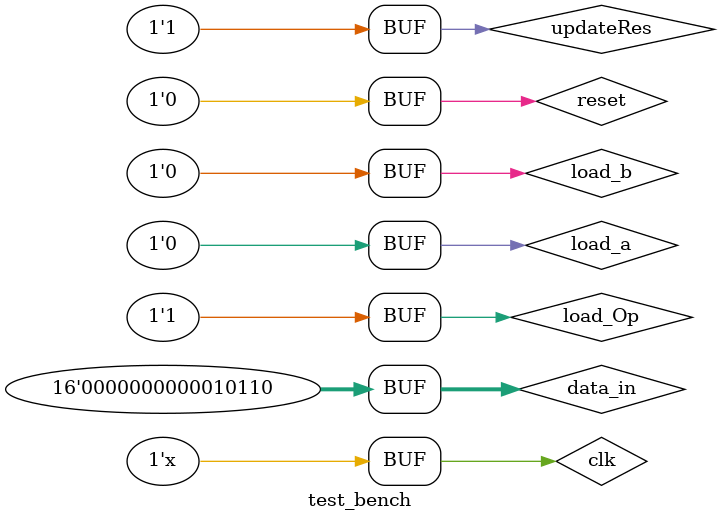
<source format=sv>
`timescale 1ns / 1ps

module test_bench();
    logic [15:0] data_in;
    logic load_a, load_b, load_Op, clk,reset,updateRes;
    logic [6:0]Segments;
    logic [7:0]Anodes;
    logic [4:0] LEDs;

    alu_reg #(.N(16)) DUT (.data_in(data_in),
                           .load_a(load_a),
                           .load_b(load_b),
                           .load_Op(load_Op),
                           .clk(clk),
                           .reset(reset),
                           .updateRes(updateRes),
                           .Segments(Segments),
                           .AN(Anodes),
                           .LEDs(LEDs));

    always #10 clk = ~clk;


    initial begin 
    data_in = 16'h0;
    clk = 0 ;
    reset = 1;
    load_a = 0;
    load_b = 0;
    load_Op= 1;
    updateRes = 1;



    #30 reset = 0;


    #20 data_in = 16'h0;
        load_a = 1;

    #10 load_a = 0;

    #30 data_in = 16'h0;
        load_b = 1;

    #10 load_b = 0;

    #30 load_a = 1;
        data_in = 16'h39;

    #10 load_a = 0;

    #30 load_b = 1;
        data_in = 16'h40;

    #10 load_b = 0;

    #30  load_a = 1;
         data_in = 16'h87;

    #10 load_a = 0;

    #30 data_in = 16'h95;
        load_b = 1;

    #10 load_b = 0;

    #30 load_a = 1;
        data_in = 16'h3;

    #10 load_a = 0;

    #30 load_b = 1;
        data_in = 16'h32;

    #10 load_b = 0;

    #30  load_a = 1;
         data_in = 16'h16;

    #10 load_a = 0;


    end
endmodule

</source>
